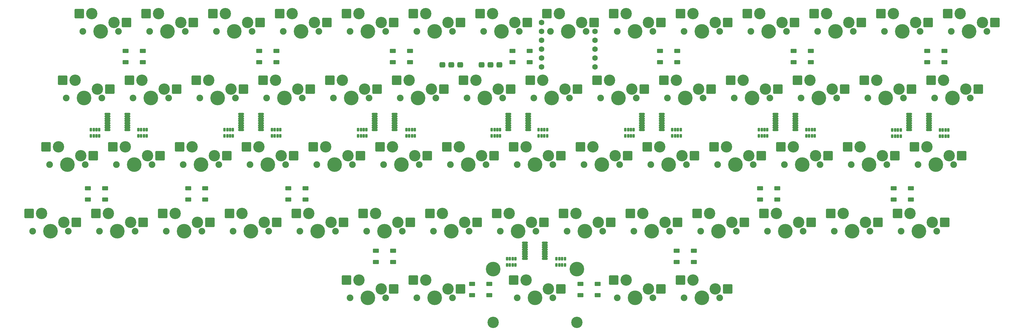
<source format=gts>
G04 #@! TF.GenerationSoftware,KiCad,Pcbnew,(6.0.6-0)*
G04 #@! TF.CreationDate,2022-08-15T11:25:08-07:00*
G04 #@! TF.ProjectId,purple-owl,70757270-6c65-42d6-9f77-6c2e6b696361,1.0*
G04 #@! TF.SameCoordinates,Original*
G04 #@! TF.FileFunction,Soldermask,Top*
G04 #@! TF.FilePolarity,Negative*
%FSLAX46Y46*%
G04 Gerber Fmt 4.6, Leading zero omitted, Abs format (unit mm)*
G04 Created by KiCad (PCBNEW (6.0.6-0)) date 2022-08-15 11:25:08*
%MOMM*%
%LPD*%
G01*
G04 APERTURE LIST*
G04 Aperture macros list*
%AMRoundRect*
0 Rectangle with rounded corners*
0 $1 Rounding radius*
0 $2 $3 $4 $5 $6 $7 $8 $9 X,Y pos of 4 corners*
0 Add a 4 corners polygon primitive as box body*
4,1,4,$2,$3,$4,$5,$6,$7,$8,$9,$2,$3,0*
0 Add four circle primitives for the rounded corners*
1,1,$1+$1,$2,$3*
1,1,$1+$1,$4,$5*
1,1,$1+$1,$6,$7*
1,1,$1+$1,$8,$9*
0 Add four rect primitives between the rounded corners*
20,1,$1+$1,$2,$3,$4,$5,0*
20,1,$1+$1,$4,$5,$6,$7,0*
20,1,$1+$1,$6,$7,$8,$9,0*
20,1,$1+$1,$8,$9,$2,$3,0*%
G04 Aperture macros list end*
%ADD10C,1.600000*%
%ADD11RoundRect,0.100000X-0.250000X0.400000X-0.250000X-0.400000X0.250000X-0.400000X0.250000X0.400000X0*%
%ADD12RoundRect,0.100000X-0.200000X0.400000X-0.200000X-0.400000X0.200000X-0.400000X0.200000X0.400000X0*%
%ADD13C,3.248000*%
%ADD14C,1.901800*%
%ADD15C,4.187800*%
%ADD16RoundRect,0.354000X-1.016000X-1.016000X1.016000X-1.016000X1.016000X1.016000X-1.016000X1.016000X0*%
%ADD17RoundRect,0.200000X0.637500X0.100000X-0.637500X0.100000X-0.637500X-0.100000X0.637500X-0.100000X0*%
%ADD18RoundRect,0.100000X-0.750000X-0.500000X0.750000X-0.500000X0.750000X0.500000X-0.750000X0.500000X0*%
%ADD19RoundRect,0.450000X0.400000X-0.350000X0.400000X0.350000X-0.400000X0.350000X-0.400000X-0.350000X0*%
%ADD20RoundRect,0.100000X0.750000X0.500000X-0.750000X0.500000X-0.750000X-0.500000X0.750000X-0.500000X0*%
%ADD21RoundRect,0.100000X0.250000X-0.400000X0.250000X0.400000X-0.250000X0.400000X-0.250000X-0.400000X0*%
%ADD22RoundRect,0.100000X0.200000X-0.400000X0.200000X0.400000X-0.200000X0.400000X-0.200000X-0.400000X0*%
G04 APERTURE END LIST*
D10*
G04 #@! TO.C,U9*
X226695000Y-95210546D03*
X226695000Y-97750546D03*
X226695000Y-100290546D03*
X226695000Y-102830546D03*
X226695000Y-105370546D03*
X211455000Y-105370546D03*
X211455000Y-102830546D03*
X211455000Y-100290546D03*
X211455000Y-97750546D03*
X211455000Y-95210546D03*
X211455000Y-92670546D03*
G04 #@! TD*
D11*
G04 #@! TO.C,RN6*
X237737500Y-123321875D03*
D12*
X236937500Y-123321875D03*
X236137500Y-123321875D03*
D11*
X235337500Y-123321875D03*
X235337500Y-125121875D03*
D12*
X236137500Y-125121875D03*
X236937500Y-125121875D03*
D11*
X237737500Y-125121875D03*
G04 #@! TD*
D13*
G04 #@! TO.C,SW36*
X170497500Y-149860000D03*
D14*
X161607500Y-152400000D03*
D13*
X164147500Y-147320000D03*
D14*
X171767500Y-152400000D03*
D15*
X166687500Y-152400000D03*
D16*
X160591500Y-147320000D03*
X174053500Y-149860000D03*
G04 #@! TD*
D14*
G04 #@! TO.C,SW32*
X190817500Y-152400000D03*
D13*
X189547500Y-149860000D03*
X183197500Y-147320000D03*
D14*
X180657500Y-152400000D03*
D15*
X185737500Y-152400000D03*
D16*
X179641500Y-147320000D03*
X193103500Y-149860000D03*
G04 #@! TD*
D17*
G04 #@! TO.C,U7*
X93350000Y-123433000D03*
X93350000Y-122783000D03*
X93350000Y-122133000D03*
X93350000Y-121483000D03*
X93350000Y-120833000D03*
X93350000Y-120183000D03*
X93350000Y-119533000D03*
X93350000Y-118883000D03*
X87625000Y-118883000D03*
X87625000Y-119533000D03*
X87625000Y-120183000D03*
X87625000Y-120833000D03*
X87625000Y-121483000D03*
X87625000Y-122133000D03*
X87625000Y-122783000D03*
X87625000Y-123433000D03*
G04 #@! TD*
D18*
G04 #@! TO.C,D10*
X139234375Y-140084375D03*
X139234375Y-143284375D03*
X144134375Y-143284375D03*
X144134375Y-140084375D03*
G04 #@! TD*
D19*
G04 #@! TO.C,JP1*
X183197500Y-104775000D03*
X185737500Y-104775000D03*
X188277500Y-104775000D03*
G04 #@! TD*
D17*
G04 #@! TO.C,U4*
X207650000Y-123433000D03*
X207650000Y-122783000D03*
X207650000Y-122133000D03*
X207650000Y-121483000D03*
X207650000Y-120833000D03*
X207650000Y-120183000D03*
X207650000Y-119533000D03*
X207650000Y-118883000D03*
X201925000Y-118883000D03*
X201925000Y-119533000D03*
X201925000Y-120183000D03*
X201925000Y-120833000D03*
X201925000Y-121483000D03*
X201925000Y-122133000D03*
X201925000Y-122783000D03*
X201925000Y-123433000D03*
G04 #@! TD*
G04 #@! TO.C,U5*
X169550000Y-123433000D03*
X169550000Y-122783000D03*
X169550000Y-122133000D03*
X169550000Y-121483000D03*
X169550000Y-120833000D03*
X169550000Y-120183000D03*
X169550000Y-119533000D03*
X169550000Y-118883000D03*
X163825000Y-118883000D03*
X163825000Y-119533000D03*
X163825000Y-120183000D03*
X163825000Y-120833000D03*
X163825000Y-121483000D03*
X163825000Y-122133000D03*
X163825000Y-122783000D03*
X163825000Y-123433000D03*
G04 #@! TD*
D14*
G04 #@! TO.C,SW29*
X205105000Y-95250000D03*
D13*
X197485000Y-90170000D03*
D15*
X200025000Y-95250000D03*
D13*
X203835000Y-92710000D03*
D14*
X194945000Y-95250000D03*
D16*
X193929000Y-90170000D03*
X207391000Y-92710000D03*
G04 #@! TD*
D20*
G04 #@! TO.C,D15*
X173900000Y-103993750D03*
X173900000Y-100793750D03*
X169000000Y-100793750D03*
X169000000Y-103993750D03*
G04 #@! TD*
D14*
G04 #@! TO.C,SW48*
X104457500Y-152400000D03*
D15*
X109537500Y-152400000D03*
D14*
X114617500Y-152400000D03*
D13*
X106997500Y-147320000D03*
X113347500Y-149860000D03*
D16*
X103441500Y-147320000D03*
X116903500Y-149860000D03*
G04 #@! TD*
D13*
G04 #@! TO.C,SW4*
X316547500Y-147320000D03*
D14*
X324167500Y-152400000D03*
D15*
X319087500Y-152400000D03*
D14*
X314007500Y-152400000D03*
D13*
X322897500Y-149860000D03*
D16*
X312991500Y-147320000D03*
X326453500Y-149860000D03*
G04 #@! TD*
D15*
G04 #@! TO.C,SW6*
X309562500Y-114300000D03*
D13*
X307022500Y-109220000D03*
D14*
X314642500Y-114300000D03*
X304482500Y-114300000D03*
D13*
X313372500Y-111760000D03*
D16*
X303466500Y-109220000D03*
X316928500Y-111760000D03*
G04 #@! TD*
D13*
G04 #@! TO.C,SW37*
X159385000Y-90170000D03*
D14*
X156845000Y-95250000D03*
D13*
X165735000Y-92710000D03*
D15*
X161925000Y-95250000D03*
D14*
X167005000Y-95250000D03*
D16*
X155829000Y-90170000D03*
X169291000Y-92710000D03*
G04 #@! TD*
D13*
G04 #@! TO.C,SW45*
X121285000Y-90170000D03*
D14*
X118745000Y-95250000D03*
D15*
X123825000Y-95250000D03*
D14*
X128905000Y-95250000D03*
D13*
X127635000Y-92710000D03*
D16*
X117729000Y-90170000D03*
X131191000Y-92710000D03*
G04 #@! TD*
D21*
G04 #@! TO.C,RN1*
X325063000Y-125233000D03*
D22*
X325863000Y-125233000D03*
X326663000Y-125233000D03*
D21*
X327463000Y-125233000D03*
X327463000Y-123433000D03*
D22*
X326663000Y-123433000D03*
X325863000Y-123433000D03*
D21*
X325063000Y-123433000D03*
G04 #@! TD*
G04 #@! TO.C,RN9*
X172917000Y-125121875D03*
D22*
X173717000Y-125121875D03*
X174517000Y-125121875D03*
D21*
X175317000Y-125121875D03*
X175317000Y-123321875D03*
D22*
X174517000Y-123321875D03*
X173717000Y-123321875D03*
D21*
X172917000Y-123321875D03*
G04 #@! TD*
D17*
G04 #@! TO.C,U1*
X321950000Y-123433000D03*
X321950000Y-122783000D03*
X321950000Y-122133000D03*
X321950000Y-121483000D03*
X321950000Y-120833000D03*
X321950000Y-120183000D03*
X321950000Y-119533000D03*
X321950000Y-118883000D03*
X316225000Y-118883000D03*
X316225000Y-119533000D03*
X316225000Y-120183000D03*
X316225000Y-120833000D03*
X316225000Y-121483000D03*
X316225000Y-122133000D03*
X316225000Y-122783000D03*
X316225000Y-123433000D03*
G04 #@! TD*
D13*
G04 #@! TO.C,SW50*
X97472500Y-109220000D03*
D15*
X100012500Y-114300000D03*
D14*
X94932500Y-114300000D03*
D13*
X103822500Y-111760000D03*
D14*
X105092500Y-114300000D03*
D16*
X93916500Y-109220000D03*
X107378500Y-111760000D03*
G04 #@! TD*
D14*
G04 #@! TO.C,SW30*
X190182500Y-114300000D03*
D13*
X192722500Y-109220000D03*
X199072500Y-111760000D03*
D14*
X200342500Y-114300000D03*
D15*
X195262500Y-114300000D03*
D16*
X189166500Y-109220000D03*
X202628500Y-111760000D03*
G04 #@! TD*
D13*
G04 #@! TO.C,SW9*
X299085000Y-92710000D03*
X292735000Y-90170000D03*
D14*
X290195000Y-95250000D03*
D15*
X295275000Y-95250000D03*
D14*
X300355000Y-95250000D03*
D16*
X289179000Y-90170000D03*
X302641000Y-92710000D03*
G04 #@! TD*
D17*
G04 #@! TO.C,U6*
X131450000Y-123433000D03*
X131450000Y-122783000D03*
X131450000Y-122133000D03*
X131450000Y-121483000D03*
X131450000Y-120833000D03*
X131450000Y-120183000D03*
X131450000Y-119533000D03*
X131450000Y-118883000D03*
X125725000Y-118883000D03*
X125725000Y-119533000D03*
X125725000Y-120183000D03*
X125725000Y-120833000D03*
X125725000Y-121483000D03*
X125725000Y-122133000D03*
X125725000Y-122783000D03*
X125725000Y-123433000D03*
G04 #@! TD*
D11*
G04 #@! TO.C,RN10*
X161537500Y-123321875D03*
D12*
X160737500Y-123321875D03*
X159937500Y-123321875D03*
D11*
X159137500Y-123321875D03*
X159137500Y-125121875D03*
D12*
X159937500Y-125121875D03*
X160737500Y-125121875D03*
D11*
X161537500Y-125121875D03*
G04 #@! TD*
D14*
G04 #@! TO.C,SW61*
X167005000Y-171450000D03*
D15*
X161925000Y-171450000D03*
D13*
X159385000Y-166370000D03*
D14*
X156845000Y-171450000D03*
D13*
X165735000Y-168910000D03*
D16*
X155829000Y-166370000D03*
X169291000Y-168910000D03*
G04 #@! TD*
D21*
G04 #@! TO.C,RN5*
X248736000Y-125106000D03*
D22*
X249536000Y-125106000D03*
X250336000Y-125106000D03*
D21*
X251136000Y-125106000D03*
X251136000Y-123306000D03*
D22*
X250336000Y-123306000D03*
X249536000Y-123306000D03*
D21*
X248736000Y-123306000D03*
G04 #@! TD*
D14*
G04 #@! TO.C,SW52*
X95567500Y-152400000D03*
D13*
X94297500Y-149860000D03*
D15*
X90487500Y-152400000D03*
D13*
X87947500Y-147320000D03*
D14*
X85407500Y-152400000D03*
D16*
X84391500Y-147320000D03*
X97853500Y-149860000D03*
G04 #@! TD*
D13*
G04 #@! TO.C,SW55*
X73660000Y-128270000D03*
D14*
X71120000Y-133350000D03*
D13*
X80010000Y-130810000D03*
D15*
X76200000Y-133350000D03*
D14*
X81280000Y-133350000D03*
D16*
X70104000Y-128270000D03*
X83566000Y-130810000D03*
G04 #@! TD*
D14*
G04 #@! TO.C,SW16*
X256857500Y-152400000D03*
X267017500Y-152400000D03*
D15*
X261937500Y-152400000D03*
D13*
X259397500Y-147320000D03*
X265747500Y-149860000D03*
D16*
X255841500Y-147320000D03*
X269303500Y-149860000D03*
G04 #@! TD*
D15*
G04 #@! TO.C,SW47*
X114300000Y-133350000D03*
D14*
X109220000Y-133350000D03*
D13*
X118110000Y-130810000D03*
D14*
X119380000Y-133350000D03*
D13*
X111760000Y-128270000D03*
D16*
X108204000Y-128270000D03*
X121666000Y-130810000D03*
G04 #@! TD*
D18*
G04 #@! TO.C,D12*
X82084375Y-140084375D03*
X82084375Y-143284375D03*
X86984375Y-143284375D03*
X86984375Y-140084375D03*
G04 #@! TD*
D13*
G04 #@! TO.C,SW56*
X75247500Y-149860000D03*
D15*
X71437500Y-152400000D03*
D13*
X68897500Y-147320000D03*
D14*
X66357500Y-152400000D03*
X76517500Y-152400000D03*
D16*
X65341500Y-147320000D03*
X78803500Y-149860000D03*
G04 #@! TD*
D18*
G04 #@! TO.C,D4*
X311875000Y-140084375D03*
X311875000Y-143284375D03*
X316775000Y-143284375D03*
X316775000Y-140084375D03*
G04 #@! TD*
D15*
G04 #@! TO.C,SW46*
X119062500Y-114300000D03*
D14*
X113982500Y-114300000D03*
X124142500Y-114300000D03*
D13*
X116522500Y-109220000D03*
X122872500Y-111760000D03*
D16*
X112966500Y-109220000D03*
X126428500Y-111760000D03*
G04 #@! TD*
D18*
G04 #@! TO.C,D9*
X164237500Y-157943750D03*
X164237500Y-161143750D03*
X169137500Y-161143750D03*
X169137500Y-157943750D03*
G04 #@! TD*
D14*
G04 #@! TO.C,SW18*
X257492500Y-114300000D03*
D13*
X249872500Y-109220000D03*
D15*
X252412500Y-114300000D03*
D14*
X247332500Y-114300000D03*
D13*
X256222500Y-111760000D03*
D16*
X246316500Y-109220000D03*
X259778500Y-111760000D03*
G04 #@! TD*
D20*
G04 #@! TO.C,D2*
X288200000Y-103993750D03*
X288200000Y-100793750D03*
X283300000Y-100793750D03*
X283300000Y-103993750D03*
G04 #@! TD*
D14*
G04 #@! TO.C,SW3*
X318770000Y-133350000D03*
D13*
X327660000Y-130810000D03*
D14*
X328930000Y-133350000D03*
D13*
X321310000Y-128270000D03*
D15*
X323850000Y-133350000D03*
D16*
X317754000Y-128270000D03*
X331216000Y-130810000D03*
G04 #@! TD*
D20*
G04 #@! TO.C,D3*
X326300000Y-103993750D03*
X326300000Y-100793750D03*
X321400000Y-100793750D03*
X321400000Y-103993750D03*
G04 #@! TD*
D15*
G04 #@! TO.C,SW58*
X238125000Y-171450000D03*
D13*
X241935000Y-168910000D03*
X235585000Y-166370000D03*
D14*
X243205000Y-171450000D03*
X233045000Y-171450000D03*
D16*
X232029000Y-166370000D03*
X245491000Y-168910000D03*
G04 #@! TD*
D14*
G04 #@! TO.C,SW42*
X143192500Y-114300000D03*
D13*
X141922500Y-111760000D03*
D14*
X133032500Y-114300000D03*
D13*
X135572500Y-109220000D03*
D15*
X138112500Y-114300000D03*
D16*
X132016500Y-109220000D03*
X145478500Y-111760000D03*
G04 #@! TD*
D13*
G04 #@! TO.C,SW13*
X280035000Y-92710000D03*
D14*
X271145000Y-95250000D03*
D15*
X276225000Y-95250000D03*
D13*
X273685000Y-90170000D03*
D14*
X281305000Y-95250000D03*
D16*
X270129000Y-90170000D03*
X283591000Y-92710000D03*
G04 #@! TD*
D13*
G04 #@! TO.C,SW59*
X207010000Y-166370000D03*
D15*
X209550000Y-171450000D03*
X221488000Y-163195000D03*
D14*
X214630000Y-171450000D03*
X204470000Y-171450000D03*
D13*
X213360000Y-168910000D03*
X197612000Y-178435000D03*
X221488000Y-178435000D03*
D15*
X197612000Y-163195000D03*
D16*
X203454000Y-166370000D03*
X216916000Y-168910000D03*
G04 #@! TD*
D14*
G04 #@! TO.C,SW24*
X228917500Y-152400000D03*
X218757500Y-152400000D03*
D13*
X227647500Y-149860000D03*
D15*
X223837500Y-152400000D03*
D13*
X221297500Y-147320000D03*
D16*
X217741500Y-147320000D03*
X231203500Y-149860000D03*
G04 #@! TD*
D14*
G04 #@! TO.C,SW21*
X233045000Y-95250000D03*
D13*
X241935000Y-92710000D03*
X235585000Y-90170000D03*
D14*
X243205000Y-95250000D03*
D15*
X238125000Y-95250000D03*
D16*
X232029000Y-90170000D03*
X245491000Y-92710000D03*
G04 #@! TD*
D14*
G04 #@! TO.C,SW38*
X152082500Y-114300000D03*
D15*
X157162500Y-114300000D03*
D13*
X160972500Y-111760000D03*
X154622500Y-109220000D03*
D14*
X162242500Y-114300000D03*
D16*
X151066500Y-109220000D03*
X164528500Y-111760000D03*
G04 #@! TD*
D14*
G04 #@! TO.C,SW8*
X294957500Y-152400000D03*
D13*
X303847500Y-149860000D03*
X297497500Y-147320000D03*
D15*
X300037500Y-152400000D03*
D14*
X305117500Y-152400000D03*
D16*
X293941500Y-147320000D03*
X307403500Y-149860000D03*
G04 #@! TD*
D11*
G04 #@! TO.C,RN12*
X123437500Y-123321875D03*
D12*
X122637500Y-123321875D03*
X121837500Y-123321875D03*
D11*
X121037500Y-123321875D03*
X121037500Y-125121875D03*
D12*
X121837500Y-125121875D03*
X122637500Y-125121875D03*
D11*
X123437500Y-125121875D03*
G04 #@! TD*
D15*
G04 #@! TO.C,SW33*
X180975000Y-95250000D03*
D14*
X175895000Y-95250000D03*
D13*
X184785000Y-92710000D03*
X178435000Y-90170000D03*
D14*
X186055000Y-95250000D03*
D16*
X174879000Y-90170000D03*
X188341000Y-92710000D03*
G04 #@! TD*
D15*
G04 #@! TO.C,SW1*
X333375000Y-95250000D03*
D13*
X337185000Y-92710000D03*
D14*
X328295000Y-95250000D03*
D13*
X330835000Y-90170000D03*
D14*
X338455000Y-95250000D03*
D16*
X327279000Y-90170000D03*
X340741000Y-92710000D03*
G04 #@! TD*
D14*
G04 #@! TO.C,SW57*
X252095000Y-171450000D03*
D13*
X260985000Y-168910000D03*
X254635000Y-166370000D03*
D15*
X257175000Y-171450000D03*
D14*
X262255000Y-171450000D03*
D16*
X251079000Y-166370000D03*
X264541000Y-168910000D03*
G04 #@! TD*
D18*
G04 #@! TO.C,D11*
X110659375Y-140084375D03*
X110659375Y-143284375D03*
X115559375Y-143284375D03*
X115559375Y-140084375D03*
G04 #@! TD*
D15*
G04 #@! TO.C,SW40*
X147637500Y-152400000D03*
D14*
X142557500Y-152400000D03*
D13*
X151447500Y-149860000D03*
X145097500Y-147320000D03*
D14*
X152717500Y-152400000D03*
D16*
X141541500Y-147320000D03*
X155003500Y-149860000D03*
G04 #@! TD*
D14*
G04 #@! TO.C,SW28*
X209867500Y-152400000D03*
X199707500Y-152400000D03*
D13*
X202247500Y-147320000D03*
D15*
X204787500Y-152400000D03*
D13*
X208597500Y-149860000D03*
D16*
X198691500Y-147320000D03*
X212153500Y-149860000D03*
G04 #@! TD*
D18*
G04 #@! TO.C,D7*
X222578125Y-167468750D03*
X222578125Y-170668750D03*
X227478125Y-170668750D03*
X227478125Y-167468750D03*
G04 #@! TD*
D21*
G04 #@! TO.C,RN11*
X134563000Y-125121875D03*
D22*
X135363000Y-125121875D03*
X136163000Y-125121875D03*
D21*
X136963000Y-125121875D03*
X136963000Y-123321875D03*
D22*
X136163000Y-123321875D03*
X135363000Y-123321875D03*
D21*
X134563000Y-123321875D03*
G04 #@! TD*
D14*
G04 #@! TO.C,SW54*
X75882500Y-114300000D03*
X86042500Y-114300000D03*
D13*
X78422500Y-109220000D03*
X84772500Y-111760000D03*
D15*
X80962500Y-114300000D03*
D16*
X74866500Y-109220000D03*
X88328500Y-111760000D03*
G04 #@! TD*
D13*
G04 #@! TO.C,SW12*
X284797500Y-149860000D03*
D14*
X275907500Y-152400000D03*
D13*
X278447500Y-147320000D03*
D15*
X280987500Y-152400000D03*
D14*
X286067500Y-152400000D03*
D16*
X274891500Y-147320000D03*
X288353500Y-149860000D03*
G04 #@! TD*
D14*
G04 #@! TO.C,SW7*
X309880000Y-133350000D03*
X299720000Y-133350000D03*
D13*
X308610000Y-130810000D03*
D15*
X304800000Y-133350000D03*
D13*
X302260000Y-128270000D03*
D16*
X298704000Y-128270000D03*
X312166000Y-130810000D03*
G04 #@! TD*
D19*
G04 #@! TO.C,JP2*
X194310000Y-104775000D03*
X196850000Y-104775000D03*
X199390000Y-104775000D03*
G04 #@! TD*
D15*
G04 #@! TO.C,SW10*
X290512500Y-114300000D03*
D14*
X285432500Y-114300000D03*
D13*
X287972500Y-109220000D03*
X294322500Y-111760000D03*
D14*
X295592500Y-114300000D03*
D16*
X284416500Y-109220000D03*
X297878500Y-111760000D03*
G04 #@! TD*
D14*
G04 #@! TO.C,SW49*
X109855000Y-95250000D03*
D13*
X102235000Y-90170000D03*
D14*
X99695000Y-95250000D03*
D13*
X108585000Y-92710000D03*
D15*
X104775000Y-95250000D03*
D16*
X98679000Y-90170000D03*
X112141000Y-92710000D03*
G04 #@! TD*
D13*
G04 #@! TO.C,SW39*
X156210000Y-130810000D03*
X149860000Y-128270000D03*
D15*
X152400000Y-133350000D03*
D14*
X147320000Y-133350000D03*
X157480000Y-133350000D03*
D16*
X146304000Y-128270000D03*
X159766000Y-130810000D03*
G04 #@! TD*
D21*
G04 #@! TO.C,RN7*
X210636000Y-125121875D03*
D22*
X211436000Y-125121875D03*
X212236000Y-125121875D03*
D21*
X213036000Y-125121875D03*
X213036000Y-123321875D03*
D22*
X212236000Y-123321875D03*
X211436000Y-123321875D03*
D21*
X210636000Y-123321875D03*
G04 #@! TD*
D13*
G04 #@! TO.C,SW51*
X92710000Y-128270000D03*
D14*
X90170000Y-133350000D03*
D13*
X99060000Y-130810000D03*
D14*
X100330000Y-133350000D03*
D15*
X95250000Y-133350000D03*
D16*
X89154000Y-128270000D03*
X102616000Y-130810000D03*
G04 #@! TD*
D17*
G04 #@! TO.C,U8*
X212412500Y-160231250D03*
X212412500Y-159581250D03*
X212412500Y-158931250D03*
X212412500Y-158281250D03*
X212412500Y-157631250D03*
X212412500Y-156981250D03*
X212412500Y-156331250D03*
X212412500Y-155681250D03*
X206687500Y-155681250D03*
X206687500Y-156331250D03*
X206687500Y-156981250D03*
X206687500Y-157631250D03*
X206687500Y-158281250D03*
X206687500Y-158931250D03*
X206687500Y-159581250D03*
X206687500Y-160231250D03*
G04 #@! TD*
D20*
G04 #@! TO.C,D13*
X97700000Y-103993750D03*
X97700000Y-100793750D03*
X92800000Y-100793750D03*
X92800000Y-103993750D03*
G04 #@! TD*
D14*
G04 #@! TO.C,SW15*
X271780000Y-133350000D03*
D13*
X270510000Y-130810000D03*
D15*
X266700000Y-133350000D03*
D14*
X261620000Y-133350000D03*
D13*
X264160000Y-128270000D03*
D16*
X260604000Y-128270000D03*
X274066000Y-130810000D03*
G04 #@! TD*
D13*
G04 #@! TO.C,SW34*
X180022500Y-111760000D03*
D14*
X181292500Y-114300000D03*
D15*
X176212500Y-114300000D03*
D13*
X173672500Y-109220000D03*
D14*
X171132500Y-114300000D03*
D16*
X170116500Y-109220000D03*
X183578500Y-111760000D03*
G04 #@! TD*
D11*
G04 #@! TO.C,RN14*
X85337500Y-123321875D03*
D12*
X84537500Y-123321875D03*
X83737500Y-123321875D03*
D11*
X82937500Y-123321875D03*
X82937500Y-125121875D03*
D12*
X83737500Y-125121875D03*
X84537500Y-125121875D03*
D11*
X85337500Y-125121875D03*
G04 #@! TD*
D20*
G04 #@! TO.C,D16*
X208031250Y-103993750D03*
X208031250Y-100793750D03*
X203131250Y-100793750D03*
X203131250Y-103993750D03*
G04 #@! TD*
D18*
G04 #@! TO.C,D5*
X273775000Y-140084375D03*
X273775000Y-143284375D03*
X278675000Y-143284375D03*
X278675000Y-140084375D03*
G04 #@! TD*
D11*
G04 #@! TO.C,RN8*
X199637500Y-123321875D03*
D12*
X198837500Y-123321875D03*
X198037500Y-123321875D03*
D11*
X197237500Y-123321875D03*
X197237500Y-125121875D03*
D12*
X198037500Y-125121875D03*
X198837500Y-125121875D03*
D11*
X199637500Y-125121875D03*
G04 #@! TD*
D17*
G04 #@! TO.C,U3*
X245750000Y-123433000D03*
X245750000Y-122783000D03*
X245750000Y-122133000D03*
X245750000Y-121483000D03*
X245750000Y-120833000D03*
X245750000Y-120183000D03*
X245750000Y-119533000D03*
X245750000Y-118883000D03*
X240025000Y-118883000D03*
X240025000Y-119533000D03*
X240025000Y-120183000D03*
X240025000Y-120833000D03*
X240025000Y-121483000D03*
X240025000Y-122133000D03*
X240025000Y-122783000D03*
X240025000Y-123433000D03*
G04 #@! TD*
D11*
G04 #@! TO.C,RN4*
X275837500Y-123321875D03*
D12*
X275037500Y-123321875D03*
X274237500Y-123321875D03*
D11*
X273437500Y-123321875D03*
X273437500Y-125121875D03*
D12*
X274237500Y-125121875D03*
X275037500Y-125121875D03*
D11*
X275837500Y-125121875D03*
G04 #@! TD*
D13*
G04 #@! TO.C,SW22*
X230822500Y-109220000D03*
D15*
X233362500Y-114300000D03*
D14*
X238442500Y-114300000D03*
X228282500Y-114300000D03*
D13*
X237172500Y-111760000D03*
D16*
X227266500Y-109220000D03*
X240728500Y-111760000D03*
G04 #@! TD*
D13*
G04 #@! TO.C,SW20*
X240347500Y-147320000D03*
X246697500Y-149860000D03*
D14*
X237807500Y-152400000D03*
D15*
X242887500Y-152400000D03*
D14*
X247967500Y-152400000D03*
D16*
X236791500Y-147320000D03*
X250253500Y-149860000D03*
G04 #@! TD*
D14*
G04 #@! TO.C,SW17*
X252095000Y-95250000D03*
D13*
X254635000Y-90170000D03*
D14*
X262255000Y-95250000D03*
D13*
X260985000Y-92710000D03*
D15*
X257175000Y-95250000D03*
D16*
X251079000Y-90170000D03*
X264541000Y-92710000D03*
G04 #@! TD*
D14*
G04 #@! TO.C,SW5*
X309245000Y-95250000D03*
D13*
X318135000Y-92710000D03*
D14*
X319405000Y-95250000D03*
D13*
X311785000Y-90170000D03*
D15*
X314325000Y-95250000D03*
D16*
X308229000Y-90170000D03*
X321691000Y-92710000D03*
G04 #@! TD*
D21*
G04 #@! TO.C,RN15*
X215716000Y-162031250D03*
D22*
X216516000Y-162031250D03*
X217316000Y-162031250D03*
D21*
X218116000Y-162031250D03*
X218116000Y-160231250D03*
D22*
X217316000Y-160231250D03*
X216516000Y-160231250D03*
D21*
X215716000Y-160231250D03*
G04 #@! TD*
G04 #@! TO.C,RN3*
X286963000Y-125121875D03*
D22*
X287763000Y-125121875D03*
X288563000Y-125121875D03*
D21*
X289363000Y-125121875D03*
X289363000Y-123321875D03*
D22*
X288563000Y-123321875D03*
X287763000Y-123321875D03*
D21*
X286963000Y-123321875D03*
G04 #@! TD*
D14*
G04 #@! TO.C,SW11*
X280670000Y-133350000D03*
X290830000Y-133350000D03*
D13*
X289560000Y-130810000D03*
X283210000Y-128270000D03*
D15*
X285750000Y-133350000D03*
D16*
X279654000Y-128270000D03*
X293116000Y-130810000D03*
G04 #@! TD*
D14*
G04 #@! TO.C,SW23*
X233680000Y-133350000D03*
D15*
X228600000Y-133350000D03*
D13*
X232410000Y-130810000D03*
X226060000Y-128270000D03*
D14*
X223520000Y-133350000D03*
D16*
X222504000Y-128270000D03*
X235966000Y-130810000D03*
G04 #@! TD*
D11*
G04 #@! TO.C,RN2*
X313874000Y-123433000D03*
D12*
X313074000Y-123433000D03*
X312274000Y-123433000D03*
D11*
X311474000Y-123433000D03*
X311474000Y-125233000D03*
D12*
X312274000Y-125233000D03*
X313074000Y-125233000D03*
D11*
X313874000Y-125233000D03*
G04 #@! TD*
D14*
G04 #@! TO.C,SW41*
X147955000Y-95250000D03*
D13*
X140335000Y-90170000D03*
D14*
X137795000Y-95250000D03*
D13*
X146685000Y-92710000D03*
D15*
X142875000Y-95250000D03*
D16*
X136779000Y-90170000D03*
X150241000Y-92710000D03*
G04 #@! TD*
D14*
G04 #@! TO.C,SW35*
X166370000Y-133350000D03*
X176530000Y-133350000D03*
D13*
X175260000Y-130810000D03*
X168910000Y-128270000D03*
D15*
X171450000Y-133350000D03*
D16*
X165354000Y-128270000D03*
X178816000Y-130810000D03*
G04 #@! TD*
D13*
G04 #@! TO.C,SW43*
X137160000Y-130810000D03*
X130810000Y-128270000D03*
D15*
X133350000Y-133350000D03*
D14*
X128270000Y-133350000D03*
X138430000Y-133350000D03*
D16*
X127254000Y-128270000D03*
X140716000Y-130810000D03*
G04 #@! TD*
D15*
G04 #@! TO.C,SW60*
X180975000Y-171450000D03*
D14*
X186055000Y-171450000D03*
D13*
X178435000Y-166370000D03*
D14*
X175895000Y-171450000D03*
D13*
X184785000Y-168910000D03*
D16*
X174879000Y-166370000D03*
X188341000Y-168910000D03*
G04 #@! TD*
D20*
G04 #@! TO.C,D1*
X250100000Y-103993750D03*
X250100000Y-100793750D03*
X245200000Y-100793750D03*
X245200000Y-103993750D03*
G04 #@! TD*
D13*
G04 #@! TO.C,SW2*
X326072500Y-109220000D03*
X332422500Y-111760000D03*
D15*
X328612500Y-114300000D03*
D14*
X333692500Y-114300000D03*
X323532500Y-114300000D03*
D16*
X322516500Y-109220000D03*
X335978500Y-111760000D03*
G04 #@! TD*
D13*
G04 #@! TO.C,SW26*
X218122500Y-111760000D03*
X211772500Y-109220000D03*
D14*
X209232500Y-114300000D03*
D15*
X214312500Y-114300000D03*
D14*
X219392500Y-114300000D03*
D16*
X208216500Y-109220000D03*
X221678500Y-111760000D03*
G04 #@! TD*
D13*
G04 #@! TO.C,SW14*
X268922500Y-109220000D03*
D14*
X276542500Y-114300000D03*
X266382500Y-114300000D03*
D13*
X275272500Y-111760000D03*
D15*
X271462500Y-114300000D03*
D16*
X265366500Y-109220000D03*
X278828500Y-111760000D03*
G04 #@! TD*
D21*
G04 #@! TO.C,RN13*
X96463000Y-125121875D03*
D22*
X97263000Y-125121875D03*
X98063000Y-125121875D03*
D21*
X98863000Y-125121875D03*
X98863000Y-123321875D03*
D22*
X98063000Y-123321875D03*
X97263000Y-123321875D03*
D21*
X96463000Y-123321875D03*
G04 #@! TD*
D11*
G04 #@! TO.C,RN16*
X204003125Y-160231250D03*
D12*
X203203125Y-160231250D03*
X202403125Y-160231250D03*
D11*
X201603125Y-160231250D03*
X201603125Y-162031250D03*
D12*
X202403125Y-162031250D03*
X203203125Y-162031250D03*
D11*
X204003125Y-162031250D03*
G04 #@! TD*
D15*
G04 #@! TO.C,SW44*
X128587500Y-152400000D03*
D13*
X132397500Y-149860000D03*
X126047500Y-147320000D03*
D14*
X123507500Y-152400000D03*
X133667500Y-152400000D03*
D16*
X122491500Y-147320000D03*
X135953500Y-149860000D03*
G04 #@! TD*
D14*
G04 #@! TO.C,SW27*
X214630000Y-133350000D03*
X204470000Y-133350000D03*
D13*
X213360000Y-130810000D03*
D15*
X209550000Y-133350000D03*
D13*
X207010000Y-128270000D03*
D16*
X203454000Y-128270000D03*
X216916000Y-130810000D03*
G04 #@! TD*
D17*
G04 #@! TO.C,U2*
X283850000Y-123433000D03*
X283850000Y-122783000D03*
X283850000Y-122133000D03*
X283850000Y-121483000D03*
X283850000Y-120833000D03*
X283850000Y-120183000D03*
X283850000Y-119533000D03*
X283850000Y-118883000D03*
X278125000Y-118883000D03*
X278125000Y-119533000D03*
X278125000Y-120183000D03*
X278125000Y-120833000D03*
X278125000Y-121483000D03*
X278125000Y-122133000D03*
X278125000Y-122783000D03*
X278125000Y-123433000D03*
G04 #@! TD*
D13*
G04 #@! TO.C,SW31*
X187960000Y-128270000D03*
D14*
X195580000Y-133350000D03*
D15*
X190500000Y-133350000D03*
D14*
X185420000Y-133350000D03*
D13*
X194310000Y-130810000D03*
D16*
X184404000Y-128270000D03*
X197866000Y-130810000D03*
G04 #@! TD*
D13*
G04 #@! TO.C,SW19*
X245110000Y-128270000D03*
D14*
X252730000Y-133350000D03*
X242570000Y-133350000D03*
D15*
X247650000Y-133350000D03*
D13*
X251460000Y-130810000D03*
D16*
X241554000Y-128270000D03*
X255016000Y-130810000D03*
G04 #@! TD*
D18*
G04 #@! TO.C,D6*
X249962500Y-157943750D03*
X249962500Y-161143750D03*
X254862500Y-161143750D03*
X254862500Y-157943750D03*
G04 #@! TD*
G04 #@! TO.C,D8*
X191621875Y-167468750D03*
X191621875Y-170668750D03*
X196521875Y-170668750D03*
X196521875Y-167468750D03*
G04 #@! TD*
D14*
G04 #@! TO.C,SW25*
X213995000Y-95250000D03*
D13*
X222885000Y-92710000D03*
X216535000Y-90170000D03*
D14*
X224155000Y-95250000D03*
D15*
X219075000Y-95250000D03*
D16*
X212979000Y-90170000D03*
X226441000Y-92710000D03*
G04 #@! TD*
D13*
G04 #@! TO.C,SW53*
X89535000Y-92710000D03*
X83185000Y-90170000D03*
D15*
X85725000Y-95250000D03*
D14*
X80645000Y-95250000D03*
X90805000Y-95250000D03*
D16*
X79629000Y-90170000D03*
X93091000Y-92710000D03*
G04 #@! TD*
D20*
G04 #@! TO.C,D14*
X135800000Y-103993750D03*
X135800000Y-100793750D03*
X130900000Y-100793750D03*
X130900000Y-103993750D03*
G04 #@! TD*
M02*

</source>
